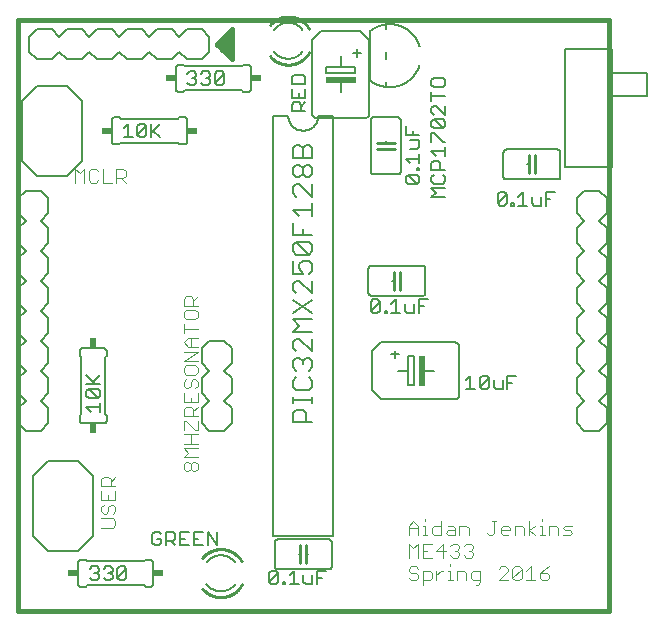
<source format=gto>
G75*
%MOIN*%
%OFA0B0*%
%FSLAX25Y25*%
%IPPOS*%
%LPD*%
%AMOC8*
5,1,8,0,0,1.08239X$1,22.5*
%
%ADD10C,0.01600*%
%ADD11C,0.00400*%
%ADD12C,0.00600*%
%ADD13R,0.10000X0.02000*%
%ADD14R,0.02000X0.10000*%
%ADD15C,0.00500*%
%ADD16C,0.01000*%
%ADD17C,0.00800*%
%ADD18R,0.03400X0.02400*%
%ADD19R,0.02400X0.03400*%
%ADD20C,0.00700*%
D10*
X0021800Y0021800D02*
X0218650Y0021800D01*
X0218650Y0218650D01*
X0021800Y0218650D01*
X0021800Y0021800D01*
X0093050Y0205550D02*
X0088050Y0210550D01*
X0093050Y0215550D01*
X0093050Y0205550D01*
X0093050Y0205629D02*
X0092971Y0205629D01*
X0093050Y0207227D02*
X0091373Y0207227D01*
X0089774Y0208826D02*
X0093050Y0208826D01*
X0093050Y0210424D02*
X0088176Y0210424D01*
X0089523Y0212023D02*
X0093050Y0212023D01*
X0093050Y0213621D02*
X0091121Y0213621D01*
X0092720Y0215220D02*
X0093050Y0215220D01*
D11*
X0056864Y0169104D02*
X0054562Y0169104D01*
X0054562Y0164500D01*
X0054562Y0166035D02*
X0056864Y0166035D01*
X0057631Y0166802D01*
X0057631Y0168337D01*
X0056864Y0169104D01*
X0056096Y0166035D02*
X0057631Y0164500D01*
X0053027Y0164500D02*
X0049958Y0164500D01*
X0049958Y0169104D01*
X0048423Y0168337D02*
X0047656Y0169104D01*
X0046121Y0169104D01*
X0045354Y0168337D01*
X0045354Y0165267D01*
X0046121Y0164500D01*
X0047656Y0164500D01*
X0048423Y0165267D01*
X0043819Y0164500D02*
X0043819Y0169104D01*
X0042285Y0167569D01*
X0040750Y0169104D01*
X0040750Y0164500D01*
X0077763Y0126566D02*
X0079298Y0126566D01*
X0080065Y0125799D01*
X0080065Y0123497D01*
X0080065Y0125032D02*
X0081600Y0126566D01*
X0081600Y0123497D02*
X0076996Y0123497D01*
X0076996Y0125799D01*
X0077763Y0126566D01*
X0077763Y0121962D02*
X0076996Y0121195D01*
X0076996Y0119660D01*
X0077763Y0118893D01*
X0080833Y0118893D01*
X0081600Y0119660D01*
X0081600Y0121195D01*
X0080833Y0121962D01*
X0077763Y0121962D01*
X0076996Y0117359D02*
X0076996Y0114289D01*
X0076996Y0115824D02*
X0081600Y0115824D01*
X0081600Y0112755D02*
X0078531Y0112755D01*
X0076996Y0111220D01*
X0078531Y0109685D01*
X0081600Y0109685D01*
X0081600Y0108151D02*
X0076996Y0108151D01*
X0079298Y0109685D02*
X0079298Y0112755D01*
X0081600Y0108151D02*
X0076996Y0105081D01*
X0081600Y0105081D01*
X0080833Y0103547D02*
X0077763Y0103547D01*
X0076996Y0102779D01*
X0076996Y0101245D01*
X0077763Y0100477D01*
X0080833Y0100477D01*
X0081600Y0101245D01*
X0081600Y0102779D01*
X0080833Y0103547D01*
X0080833Y0098943D02*
X0081600Y0098176D01*
X0081600Y0096641D01*
X0080833Y0095874D01*
X0079298Y0096641D02*
X0079298Y0098176D01*
X0080065Y0098943D01*
X0080833Y0098943D01*
X0079298Y0096641D02*
X0078531Y0095874D01*
X0077763Y0095874D01*
X0076996Y0096641D01*
X0076996Y0098176D01*
X0077763Y0098943D01*
X0076996Y0094339D02*
X0076996Y0091270D01*
X0081600Y0091270D01*
X0081600Y0094339D01*
X0079298Y0092804D02*
X0079298Y0091270D01*
X0079298Y0089735D02*
X0080065Y0088968D01*
X0080065Y0086666D01*
X0080065Y0088200D02*
X0081600Y0089735D01*
X0079298Y0089735D02*
X0077763Y0089735D01*
X0076996Y0088968D01*
X0076996Y0086666D01*
X0081600Y0086666D01*
X0081600Y0085131D02*
X0081600Y0082062D01*
X0080833Y0082062D01*
X0077763Y0085131D01*
X0076996Y0085131D01*
X0076996Y0082062D01*
X0076996Y0080527D02*
X0081600Y0080527D01*
X0079298Y0080527D02*
X0079298Y0077458D01*
X0081600Y0077458D02*
X0076996Y0077458D01*
X0076996Y0075923D02*
X0081600Y0075923D01*
X0081600Y0072854D02*
X0076996Y0072854D01*
X0078531Y0074389D01*
X0076996Y0075923D01*
X0077763Y0071319D02*
X0078531Y0071319D01*
X0079298Y0070552D01*
X0079298Y0069017D01*
X0078531Y0068250D01*
X0077763Y0068250D01*
X0076996Y0069017D01*
X0076996Y0070552D01*
X0077763Y0071319D01*
X0079298Y0070552D02*
X0080065Y0071319D01*
X0080833Y0071319D01*
X0081600Y0070552D01*
X0081600Y0069017D01*
X0080833Y0068250D01*
X0080065Y0068250D01*
X0079298Y0069017D01*
X0054100Y0066381D02*
X0052565Y0064846D01*
X0052565Y0065614D02*
X0052565Y0063312D01*
X0054100Y0063312D02*
X0049496Y0063312D01*
X0049496Y0065614D01*
X0050263Y0066381D01*
X0051798Y0066381D01*
X0052565Y0065614D01*
X0054100Y0061777D02*
X0054100Y0058708D01*
X0049496Y0058708D01*
X0049496Y0061777D01*
X0051798Y0060242D02*
X0051798Y0058708D01*
X0052565Y0057173D02*
X0053333Y0057173D01*
X0054100Y0056406D01*
X0054100Y0054871D01*
X0053333Y0054104D01*
X0053333Y0052569D02*
X0049496Y0052569D01*
X0050263Y0054104D02*
X0051031Y0054104D01*
X0051798Y0054871D01*
X0051798Y0056406D01*
X0052565Y0057173D01*
X0050263Y0057173D02*
X0049496Y0056406D01*
X0049496Y0054871D01*
X0050263Y0054104D01*
X0053333Y0052569D02*
X0054100Y0051802D01*
X0054100Y0050267D01*
X0053333Y0049500D01*
X0049496Y0049500D01*
X0152000Y0049302D02*
X0155069Y0049302D01*
X0155069Y0050069D02*
X0155069Y0047000D01*
X0156604Y0047000D02*
X0158139Y0047000D01*
X0157371Y0047000D02*
X0157371Y0050069D01*
X0156604Y0050069D01*
X0155069Y0050069D02*
X0153535Y0051604D01*
X0152000Y0050069D01*
X0152000Y0047000D01*
X0152000Y0044104D02*
X0153535Y0042569D01*
X0155069Y0044104D01*
X0155069Y0039500D01*
X0156604Y0039500D02*
X0159673Y0039500D01*
X0158139Y0041802D02*
X0156604Y0041802D01*
X0156604Y0044104D02*
X0156604Y0039500D01*
X0154302Y0036604D02*
X0152767Y0036604D01*
X0152000Y0035837D01*
X0152000Y0035069D01*
X0152767Y0034302D01*
X0154302Y0034302D01*
X0155069Y0033535D01*
X0155069Y0032767D01*
X0154302Y0032000D01*
X0152767Y0032000D01*
X0152000Y0032767D01*
X0155069Y0035837D02*
X0154302Y0036604D01*
X0156604Y0035069D02*
X0158906Y0035069D01*
X0159673Y0034302D01*
X0159673Y0032767D01*
X0158906Y0032000D01*
X0156604Y0032000D01*
X0156604Y0030465D02*
X0156604Y0035069D01*
X0161208Y0035069D02*
X0161208Y0032000D01*
X0161208Y0033535D02*
X0162742Y0035069D01*
X0163510Y0035069D01*
X0165044Y0035069D02*
X0165812Y0035069D01*
X0165812Y0032000D01*
X0166579Y0032000D02*
X0165044Y0032000D01*
X0168114Y0032000D02*
X0168114Y0035069D01*
X0170416Y0035069D01*
X0171183Y0034302D01*
X0171183Y0032000D01*
X0172718Y0032767D02*
X0172718Y0034302D01*
X0173485Y0035069D01*
X0175787Y0035069D01*
X0175787Y0031233D01*
X0175020Y0030465D01*
X0174252Y0030465D01*
X0173485Y0032000D02*
X0175787Y0032000D01*
X0173485Y0032000D02*
X0172718Y0032767D01*
X0172718Y0039500D02*
X0171183Y0039500D01*
X0170416Y0040267D01*
X0168881Y0040267D02*
X0168881Y0041035D01*
X0168114Y0041802D01*
X0167346Y0041802D01*
X0168114Y0041802D02*
X0168881Y0042569D01*
X0168881Y0043337D01*
X0168114Y0044104D01*
X0166579Y0044104D01*
X0165812Y0043337D01*
X0164277Y0041802D02*
X0161208Y0041802D01*
X0163510Y0044104D01*
X0163510Y0039500D01*
X0165812Y0040267D02*
X0166579Y0039500D01*
X0168114Y0039500D01*
X0168881Y0040267D01*
X0171950Y0041802D02*
X0172718Y0041802D01*
X0173485Y0041035D01*
X0173485Y0040267D01*
X0172718Y0039500D01*
X0172718Y0041802D02*
X0173485Y0042569D01*
X0173485Y0043337D01*
X0172718Y0044104D01*
X0171183Y0044104D01*
X0170416Y0043337D01*
X0171950Y0047000D02*
X0171950Y0049302D01*
X0171183Y0050069D01*
X0168881Y0050069D01*
X0168881Y0047000D01*
X0167346Y0047000D02*
X0167346Y0049302D01*
X0166579Y0050069D01*
X0165044Y0050069D01*
X0165044Y0048535D02*
X0167346Y0048535D01*
X0167346Y0047000D02*
X0165044Y0047000D01*
X0164277Y0047767D01*
X0165044Y0048535D01*
X0162742Y0050069D02*
X0160441Y0050069D01*
X0159673Y0049302D01*
X0159673Y0047767D01*
X0160441Y0047000D01*
X0162742Y0047000D01*
X0162742Y0051604D01*
X0157371Y0051604D02*
X0157371Y0052371D01*
X0156604Y0044104D02*
X0159673Y0044104D01*
X0152000Y0044104D02*
X0152000Y0039500D01*
X0165812Y0037371D02*
X0165812Y0036604D01*
X0178089Y0047767D02*
X0178856Y0047000D01*
X0179624Y0047000D01*
X0180391Y0047767D01*
X0180391Y0051604D01*
X0179624Y0051604D02*
X0181158Y0051604D01*
X0182693Y0049302D02*
X0183460Y0050069D01*
X0184995Y0050069D01*
X0185762Y0049302D01*
X0185762Y0048535D01*
X0182693Y0048535D01*
X0182693Y0049302D02*
X0182693Y0047767D01*
X0183460Y0047000D01*
X0184995Y0047000D01*
X0187297Y0047000D02*
X0187297Y0050069D01*
X0189599Y0050069D01*
X0190366Y0049302D01*
X0190366Y0047000D01*
X0191901Y0047000D02*
X0191901Y0051604D01*
X0194203Y0050069D02*
X0191901Y0048535D01*
X0194203Y0047000D01*
X0195737Y0047000D02*
X0197272Y0047000D01*
X0196505Y0047000D02*
X0196505Y0050069D01*
X0195737Y0050069D01*
X0196505Y0051604D02*
X0196505Y0052371D01*
X0198807Y0050069D02*
X0201109Y0050069D01*
X0201876Y0049302D01*
X0201876Y0047000D01*
X0203410Y0047000D02*
X0205712Y0047000D01*
X0206480Y0047767D01*
X0205712Y0048535D01*
X0204178Y0048535D01*
X0203410Y0049302D01*
X0204178Y0050069D01*
X0206480Y0050069D01*
X0198807Y0050069D02*
X0198807Y0047000D01*
X0198807Y0036604D02*
X0197272Y0035837D01*
X0195737Y0034302D01*
X0198039Y0034302D01*
X0198807Y0033535D01*
X0198807Y0032767D01*
X0198039Y0032000D01*
X0196505Y0032000D01*
X0195737Y0032767D01*
X0195737Y0034302D01*
X0194203Y0032000D02*
X0191133Y0032000D01*
X0192668Y0032000D02*
X0192668Y0036604D01*
X0191133Y0035069D01*
X0189599Y0035837D02*
X0189599Y0032767D01*
X0188831Y0032000D01*
X0187297Y0032000D01*
X0186529Y0032767D01*
X0189599Y0035837D01*
X0188831Y0036604D01*
X0187297Y0036604D01*
X0186529Y0035837D01*
X0186529Y0032767D01*
X0184995Y0032000D02*
X0181926Y0032000D01*
X0184995Y0035069D01*
X0184995Y0035837D01*
X0184227Y0036604D01*
X0182693Y0036604D01*
X0181926Y0035837D01*
D12*
X0126800Y0046800D02*
X0126800Y0186800D01*
X0121800Y0186800D01*
X0121300Y0186050D02*
X0121224Y0186052D01*
X0121148Y0186058D01*
X0121073Y0186067D01*
X0120998Y0186081D01*
X0120924Y0186098D01*
X0120851Y0186119D01*
X0120779Y0186143D01*
X0120708Y0186172D01*
X0120639Y0186203D01*
X0120572Y0186238D01*
X0120507Y0186277D01*
X0120443Y0186319D01*
X0120382Y0186364D01*
X0120323Y0186412D01*
X0120267Y0186463D01*
X0120213Y0186517D01*
X0120162Y0186573D01*
X0120114Y0186632D01*
X0120069Y0186693D01*
X0120027Y0186757D01*
X0119988Y0186822D01*
X0119953Y0186889D01*
X0119922Y0186958D01*
X0119893Y0187029D01*
X0119869Y0187101D01*
X0119848Y0187174D01*
X0119831Y0187248D01*
X0119817Y0187323D01*
X0119808Y0187398D01*
X0119802Y0187474D01*
X0119800Y0187550D01*
X0119800Y0212050D01*
X0122800Y0215050D01*
X0135800Y0215050D01*
X0138800Y0212050D01*
X0138800Y0187550D01*
X0138798Y0187474D01*
X0138792Y0187398D01*
X0138783Y0187323D01*
X0138769Y0187248D01*
X0138752Y0187174D01*
X0138731Y0187101D01*
X0138707Y0187029D01*
X0138678Y0186958D01*
X0138647Y0186889D01*
X0138612Y0186822D01*
X0138573Y0186757D01*
X0138531Y0186693D01*
X0138486Y0186632D01*
X0138438Y0186573D01*
X0138387Y0186517D01*
X0138333Y0186463D01*
X0138277Y0186412D01*
X0138218Y0186364D01*
X0138157Y0186319D01*
X0138093Y0186277D01*
X0138028Y0186238D01*
X0137961Y0186203D01*
X0137892Y0186172D01*
X0137821Y0186143D01*
X0137749Y0186119D01*
X0137676Y0186098D01*
X0137602Y0186081D01*
X0137527Y0186067D01*
X0137452Y0186058D01*
X0137376Y0186052D01*
X0137300Y0186050D01*
X0121300Y0186050D01*
X0121800Y0186800D02*
X0121798Y0186660D01*
X0121792Y0186520D01*
X0121782Y0186380D01*
X0121769Y0186240D01*
X0121751Y0186101D01*
X0121729Y0185962D01*
X0121704Y0185825D01*
X0121675Y0185687D01*
X0121642Y0185551D01*
X0121605Y0185416D01*
X0121564Y0185282D01*
X0121519Y0185149D01*
X0121471Y0185017D01*
X0121419Y0184887D01*
X0121364Y0184758D01*
X0121305Y0184631D01*
X0121242Y0184505D01*
X0121176Y0184381D01*
X0121107Y0184260D01*
X0121034Y0184140D01*
X0120957Y0184022D01*
X0120878Y0183907D01*
X0120795Y0183793D01*
X0120709Y0183683D01*
X0120620Y0183574D01*
X0120528Y0183468D01*
X0120433Y0183365D01*
X0120336Y0183264D01*
X0120235Y0183167D01*
X0120132Y0183072D01*
X0120026Y0182980D01*
X0119917Y0182891D01*
X0119807Y0182805D01*
X0119693Y0182722D01*
X0119578Y0182643D01*
X0119460Y0182566D01*
X0119340Y0182493D01*
X0119219Y0182424D01*
X0119095Y0182358D01*
X0118969Y0182295D01*
X0118842Y0182236D01*
X0118713Y0182181D01*
X0118583Y0182129D01*
X0118451Y0182081D01*
X0118318Y0182036D01*
X0118184Y0181995D01*
X0118049Y0181958D01*
X0117913Y0181925D01*
X0117775Y0181896D01*
X0117638Y0181871D01*
X0117499Y0181849D01*
X0117360Y0181831D01*
X0117220Y0181818D01*
X0117080Y0181808D01*
X0116940Y0181802D01*
X0116800Y0181800D01*
X0116660Y0181802D01*
X0116520Y0181808D01*
X0116380Y0181818D01*
X0116240Y0181831D01*
X0116101Y0181849D01*
X0115962Y0181871D01*
X0115825Y0181896D01*
X0115687Y0181925D01*
X0115551Y0181958D01*
X0115416Y0181995D01*
X0115282Y0182036D01*
X0115149Y0182081D01*
X0115017Y0182129D01*
X0114887Y0182181D01*
X0114758Y0182236D01*
X0114631Y0182295D01*
X0114505Y0182358D01*
X0114381Y0182424D01*
X0114260Y0182493D01*
X0114140Y0182566D01*
X0114022Y0182643D01*
X0113907Y0182722D01*
X0113793Y0182805D01*
X0113683Y0182891D01*
X0113574Y0182980D01*
X0113468Y0183072D01*
X0113365Y0183167D01*
X0113264Y0183264D01*
X0113167Y0183365D01*
X0113072Y0183468D01*
X0112980Y0183574D01*
X0112891Y0183683D01*
X0112805Y0183793D01*
X0112722Y0183907D01*
X0112643Y0184022D01*
X0112566Y0184140D01*
X0112493Y0184260D01*
X0112424Y0184381D01*
X0112358Y0184505D01*
X0112295Y0184631D01*
X0112236Y0184758D01*
X0112181Y0184887D01*
X0112129Y0185017D01*
X0112081Y0185149D01*
X0112036Y0185282D01*
X0111995Y0185416D01*
X0111958Y0185551D01*
X0111925Y0185687D01*
X0111896Y0185825D01*
X0111871Y0185962D01*
X0111849Y0186101D01*
X0111831Y0186240D01*
X0111818Y0186380D01*
X0111808Y0186520D01*
X0111802Y0186660D01*
X0111800Y0186800D01*
X0106800Y0186800D01*
X0106800Y0186300D02*
X0106800Y0046800D01*
X0126800Y0046800D01*
X0125300Y0045550D02*
X0108300Y0045550D01*
X0108240Y0045548D01*
X0108179Y0045543D01*
X0108120Y0045534D01*
X0108061Y0045521D01*
X0108002Y0045505D01*
X0107945Y0045485D01*
X0107890Y0045462D01*
X0107835Y0045435D01*
X0107783Y0045406D01*
X0107732Y0045373D01*
X0107683Y0045337D01*
X0107637Y0045299D01*
X0107593Y0045257D01*
X0107551Y0045213D01*
X0107513Y0045167D01*
X0107477Y0045118D01*
X0107444Y0045067D01*
X0107415Y0045015D01*
X0107388Y0044960D01*
X0107365Y0044905D01*
X0107345Y0044848D01*
X0107329Y0044789D01*
X0107316Y0044730D01*
X0107307Y0044671D01*
X0107302Y0044610D01*
X0107300Y0044550D01*
X0107300Y0036550D01*
X0107302Y0036490D01*
X0107307Y0036429D01*
X0107316Y0036370D01*
X0107329Y0036311D01*
X0107345Y0036252D01*
X0107365Y0036195D01*
X0107388Y0036140D01*
X0107415Y0036085D01*
X0107444Y0036033D01*
X0107477Y0035982D01*
X0107513Y0035933D01*
X0107551Y0035887D01*
X0107593Y0035843D01*
X0107637Y0035801D01*
X0107683Y0035763D01*
X0107732Y0035727D01*
X0107783Y0035694D01*
X0107835Y0035665D01*
X0107890Y0035638D01*
X0107945Y0035615D01*
X0108002Y0035595D01*
X0108061Y0035579D01*
X0108120Y0035566D01*
X0108179Y0035557D01*
X0108240Y0035552D01*
X0108300Y0035550D01*
X0125300Y0035550D01*
X0125360Y0035552D01*
X0125421Y0035557D01*
X0125480Y0035566D01*
X0125539Y0035579D01*
X0125598Y0035595D01*
X0125655Y0035615D01*
X0125710Y0035638D01*
X0125765Y0035665D01*
X0125817Y0035694D01*
X0125868Y0035727D01*
X0125917Y0035763D01*
X0125963Y0035801D01*
X0126007Y0035843D01*
X0126049Y0035887D01*
X0126087Y0035933D01*
X0126123Y0035982D01*
X0126156Y0036033D01*
X0126185Y0036085D01*
X0126212Y0036140D01*
X0126235Y0036195D01*
X0126255Y0036252D01*
X0126271Y0036311D01*
X0126284Y0036370D01*
X0126293Y0036429D01*
X0126298Y0036490D01*
X0126300Y0036550D01*
X0126300Y0044550D01*
X0126298Y0044610D01*
X0126293Y0044671D01*
X0126284Y0044730D01*
X0126271Y0044789D01*
X0126255Y0044848D01*
X0126235Y0044905D01*
X0126212Y0044960D01*
X0126185Y0045015D01*
X0126156Y0045067D01*
X0126123Y0045118D01*
X0126087Y0045167D01*
X0126049Y0045213D01*
X0126007Y0045257D01*
X0125963Y0045299D01*
X0125917Y0045337D01*
X0125868Y0045373D01*
X0125817Y0045406D01*
X0125765Y0045435D01*
X0125710Y0045462D01*
X0125655Y0045485D01*
X0125598Y0045505D01*
X0125539Y0045521D01*
X0125480Y0045534D01*
X0125421Y0045543D01*
X0125360Y0045548D01*
X0125300Y0045550D01*
X0118300Y0040550D02*
X0117800Y0040550D01*
X0115800Y0040550D02*
X0115300Y0040550D01*
X0089300Y0028300D02*
X0089146Y0028302D01*
X0088992Y0028308D01*
X0088838Y0028318D01*
X0088684Y0028332D01*
X0088531Y0028349D01*
X0088379Y0028371D01*
X0088227Y0028397D01*
X0088075Y0028426D01*
X0087925Y0028460D01*
X0087775Y0028497D01*
X0087627Y0028538D01*
X0087479Y0028583D01*
X0087333Y0028632D01*
X0087188Y0028684D01*
X0087045Y0028740D01*
X0086902Y0028800D01*
X0086762Y0028863D01*
X0086623Y0028930D01*
X0086486Y0029001D01*
X0086351Y0029075D01*
X0086218Y0029152D01*
X0086086Y0029233D01*
X0085957Y0029317D01*
X0085830Y0029405D01*
X0085706Y0029496D01*
X0085584Y0029589D01*
X0085464Y0029687D01*
X0085347Y0029787D01*
X0085232Y0029890D01*
X0085120Y0029996D01*
X0085011Y0030104D01*
X0084905Y0030216D01*
X0084801Y0030330D01*
X0084701Y0030447D01*
X0084603Y0030566D01*
X0084509Y0030688D01*
X0084418Y0030813D01*
X0089300Y0040300D02*
X0089452Y0040298D01*
X0089603Y0040292D01*
X0089754Y0040283D01*
X0089906Y0040269D01*
X0090056Y0040252D01*
X0090206Y0040231D01*
X0090356Y0040206D01*
X0090505Y0040178D01*
X0090653Y0040145D01*
X0090800Y0040109D01*
X0090947Y0040070D01*
X0091092Y0040026D01*
X0091236Y0039979D01*
X0091379Y0039928D01*
X0091520Y0039874D01*
X0091661Y0039816D01*
X0091799Y0039755D01*
X0091936Y0039690D01*
X0092072Y0039621D01*
X0092205Y0039550D01*
X0092337Y0039475D01*
X0092467Y0039396D01*
X0092594Y0039315D01*
X0092720Y0039230D01*
X0092844Y0039142D01*
X0092965Y0039051D01*
X0093084Y0038957D01*
X0093200Y0038859D01*
X0093314Y0038759D01*
X0093426Y0038657D01*
X0093534Y0038551D01*
X0093640Y0038443D01*
X0093744Y0038332D01*
X0093844Y0038218D01*
X0093942Y0038102D01*
X0094036Y0037983D01*
X0089300Y0040300D02*
X0089148Y0040298D01*
X0088997Y0040292D01*
X0088846Y0040283D01*
X0088694Y0040269D01*
X0088544Y0040252D01*
X0088394Y0040231D01*
X0088244Y0040206D01*
X0088095Y0040178D01*
X0087947Y0040145D01*
X0087800Y0040109D01*
X0087653Y0040070D01*
X0087508Y0040026D01*
X0087364Y0039979D01*
X0087221Y0039928D01*
X0087080Y0039874D01*
X0086939Y0039816D01*
X0086801Y0039755D01*
X0086664Y0039690D01*
X0086528Y0039621D01*
X0086395Y0039550D01*
X0086263Y0039475D01*
X0086133Y0039396D01*
X0086006Y0039315D01*
X0085880Y0039230D01*
X0085756Y0039142D01*
X0085635Y0039051D01*
X0085516Y0038957D01*
X0085400Y0038859D01*
X0085286Y0038759D01*
X0085174Y0038657D01*
X0085066Y0038551D01*
X0084960Y0038443D01*
X0084856Y0038332D01*
X0084756Y0038218D01*
X0084658Y0038102D01*
X0084564Y0037983D01*
X0089300Y0028300D02*
X0089450Y0028302D01*
X0089601Y0028308D01*
X0089751Y0028317D01*
X0089900Y0028330D01*
X0090050Y0028347D01*
X0090199Y0028368D01*
X0090347Y0028392D01*
X0090495Y0028420D01*
X0090642Y0028452D01*
X0090788Y0028487D01*
X0090933Y0028527D01*
X0091077Y0028569D01*
X0091220Y0028616D01*
X0091362Y0028666D01*
X0091503Y0028719D01*
X0091642Y0028776D01*
X0091780Y0028836D01*
X0091916Y0028900D01*
X0092050Y0028967D01*
X0092183Y0029038D01*
X0092314Y0029112D01*
X0092443Y0029189D01*
X0092570Y0029270D01*
X0092695Y0029353D01*
X0092818Y0029440D01*
X0092939Y0029529D01*
X0093057Y0029622D01*
X0093173Y0029718D01*
X0093287Y0029816D01*
X0093398Y0029917D01*
X0093507Y0030022D01*
X0093612Y0030128D01*
X0093716Y0030238D01*
X0093816Y0030350D01*
X0093914Y0030464D01*
X0094008Y0030581D01*
X0094100Y0030700D01*
X0066800Y0030800D02*
X0066800Y0037800D01*
X0066798Y0037860D01*
X0066793Y0037921D01*
X0066784Y0037980D01*
X0066771Y0038039D01*
X0066755Y0038098D01*
X0066735Y0038155D01*
X0066712Y0038210D01*
X0066685Y0038265D01*
X0066656Y0038317D01*
X0066623Y0038368D01*
X0066587Y0038417D01*
X0066549Y0038463D01*
X0066507Y0038507D01*
X0066463Y0038549D01*
X0066417Y0038587D01*
X0066368Y0038623D01*
X0066317Y0038656D01*
X0066265Y0038685D01*
X0066210Y0038712D01*
X0066155Y0038735D01*
X0066098Y0038755D01*
X0066039Y0038771D01*
X0065980Y0038784D01*
X0065921Y0038793D01*
X0065860Y0038798D01*
X0065800Y0038800D01*
X0064300Y0038800D01*
X0063800Y0038300D01*
X0044800Y0038300D01*
X0044300Y0038800D01*
X0042800Y0038800D01*
X0042740Y0038798D01*
X0042679Y0038793D01*
X0042620Y0038784D01*
X0042561Y0038771D01*
X0042502Y0038755D01*
X0042445Y0038735D01*
X0042390Y0038712D01*
X0042335Y0038685D01*
X0042283Y0038656D01*
X0042232Y0038623D01*
X0042183Y0038587D01*
X0042137Y0038549D01*
X0042093Y0038507D01*
X0042051Y0038463D01*
X0042013Y0038417D01*
X0041977Y0038368D01*
X0041944Y0038317D01*
X0041915Y0038265D01*
X0041888Y0038210D01*
X0041865Y0038155D01*
X0041845Y0038098D01*
X0041829Y0038039D01*
X0041816Y0037980D01*
X0041807Y0037921D01*
X0041802Y0037860D01*
X0041800Y0037800D01*
X0041800Y0030800D01*
X0041802Y0030740D01*
X0041807Y0030679D01*
X0041816Y0030620D01*
X0041829Y0030561D01*
X0041845Y0030502D01*
X0041865Y0030445D01*
X0041888Y0030390D01*
X0041915Y0030335D01*
X0041944Y0030283D01*
X0041977Y0030232D01*
X0042013Y0030183D01*
X0042051Y0030137D01*
X0042093Y0030093D01*
X0042137Y0030051D01*
X0042183Y0030013D01*
X0042232Y0029977D01*
X0042283Y0029944D01*
X0042335Y0029915D01*
X0042390Y0029888D01*
X0042445Y0029865D01*
X0042502Y0029845D01*
X0042561Y0029829D01*
X0042620Y0029816D01*
X0042679Y0029807D01*
X0042740Y0029802D01*
X0042800Y0029800D01*
X0044300Y0029800D01*
X0044800Y0030300D01*
X0063800Y0030300D01*
X0064300Y0029800D01*
X0065800Y0029800D01*
X0065860Y0029802D01*
X0065921Y0029807D01*
X0065980Y0029816D01*
X0066039Y0029829D01*
X0066098Y0029845D01*
X0066155Y0029865D01*
X0066210Y0029888D01*
X0066265Y0029915D01*
X0066317Y0029944D01*
X0066368Y0029977D01*
X0066417Y0030013D01*
X0066463Y0030051D01*
X0066507Y0030093D01*
X0066549Y0030137D01*
X0066587Y0030183D01*
X0066623Y0030232D01*
X0066656Y0030283D01*
X0066685Y0030335D01*
X0066712Y0030390D01*
X0066735Y0030445D01*
X0066755Y0030502D01*
X0066771Y0030561D01*
X0066784Y0030620D01*
X0066793Y0030679D01*
X0066798Y0030740D01*
X0066800Y0030800D01*
X0050300Y0084300D02*
X0043300Y0084300D01*
X0043240Y0084302D01*
X0043179Y0084307D01*
X0043120Y0084316D01*
X0043061Y0084329D01*
X0043002Y0084345D01*
X0042945Y0084365D01*
X0042890Y0084388D01*
X0042835Y0084415D01*
X0042783Y0084444D01*
X0042732Y0084477D01*
X0042683Y0084513D01*
X0042637Y0084551D01*
X0042593Y0084593D01*
X0042551Y0084637D01*
X0042513Y0084683D01*
X0042477Y0084732D01*
X0042444Y0084783D01*
X0042415Y0084835D01*
X0042388Y0084890D01*
X0042365Y0084945D01*
X0042345Y0085002D01*
X0042329Y0085061D01*
X0042316Y0085120D01*
X0042307Y0085179D01*
X0042302Y0085240D01*
X0042300Y0085300D01*
X0042300Y0086800D01*
X0042800Y0087300D01*
X0042800Y0106300D01*
X0042300Y0106800D01*
X0042300Y0108300D01*
X0042302Y0108360D01*
X0042307Y0108421D01*
X0042316Y0108480D01*
X0042329Y0108539D01*
X0042345Y0108598D01*
X0042365Y0108655D01*
X0042388Y0108710D01*
X0042415Y0108765D01*
X0042444Y0108817D01*
X0042477Y0108868D01*
X0042513Y0108917D01*
X0042551Y0108963D01*
X0042593Y0109007D01*
X0042637Y0109049D01*
X0042683Y0109087D01*
X0042732Y0109123D01*
X0042783Y0109156D01*
X0042835Y0109185D01*
X0042890Y0109212D01*
X0042945Y0109235D01*
X0043002Y0109255D01*
X0043061Y0109271D01*
X0043120Y0109284D01*
X0043179Y0109293D01*
X0043240Y0109298D01*
X0043300Y0109300D01*
X0050300Y0109300D01*
X0050360Y0109298D01*
X0050421Y0109293D01*
X0050480Y0109284D01*
X0050539Y0109271D01*
X0050598Y0109255D01*
X0050655Y0109235D01*
X0050710Y0109212D01*
X0050765Y0109185D01*
X0050817Y0109156D01*
X0050868Y0109123D01*
X0050917Y0109087D01*
X0050963Y0109049D01*
X0051007Y0109007D01*
X0051049Y0108963D01*
X0051087Y0108917D01*
X0051123Y0108868D01*
X0051156Y0108817D01*
X0051185Y0108765D01*
X0051212Y0108710D01*
X0051235Y0108655D01*
X0051255Y0108598D01*
X0051271Y0108539D01*
X0051284Y0108480D01*
X0051293Y0108421D01*
X0051298Y0108360D01*
X0051300Y0108300D01*
X0051300Y0106800D01*
X0050800Y0106300D01*
X0050800Y0087300D01*
X0051300Y0086800D01*
X0051300Y0085300D01*
X0051298Y0085240D01*
X0051293Y0085179D01*
X0051284Y0085120D01*
X0051271Y0085061D01*
X0051255Y0085002D01*
X0051235Y0084945D01*
X0051212Y0084890D01*
X0051185Y0084835D01*
X0051156Y0084783D01*
X0051123Y0084732D01*
X0051087Y0084683D01*
X0051049Y0084637D01*
X0051007Y0084593D01*
X0050963Y0084551D01*
X0050917Y0084513D01*
X0050868Y0084477D01*
X0050817Y0084444D01*
X0050765Y0084415D01*
X0050710Y0084388D01*
X0050655Y0084365D01*
X0050598Y0084345D01*
X0050539Y0084329D01*
X0050480Y0084316D01*
X0050421Y0084307D01*
X0050360Y0084302D01*
X0050300Y0084300D01*
X0138550Y0127800D02*
X0138550Y0135800D01*
X0138552Y0135860D01*
X0138557Y0135921D01*
X0138566Y0135980D01*
X0138579Y0136039D01*
X0138595Y0136098D01*
X0138615Y0136155D01*
X0138638Y0136210D01*
X0138665Y0136265D01*
X0138694Y0136317D01*
X0138727Y0136368D01*
X0138763Y0136417D01*
X0138801Y0136463D01*
X0138843Y0136507D01*
X0138887Y0136549D01*
X0138933Y0136587D01*
X0138982Y0136623D01*
X0139033Y0136656D01*
X0139085Y0136685D01*
X0139140Y0136712D01*
X0139195Y0136735D01*
X0139252Y0136755D01*
X0139311Y0136771D01*
X0139370Y0136784D01*
X0139429Y0136793D01*
X0139490Y0136798D01*
X0139550Y0136800D01*
X0156550Y0136800D01*
X0156610Y0136798D01*
X0156671Y0136793D01*
X0156730Y0136784D01*
X0156789Y0136771D01*
X0156848Y0136755D01*
X0156905Y0136735D01*
X0156960Y0136712D01*
X0157015Y0136685D01*
X0157067Y0136656D01*
X0157118Y0136623D01*
X0157167Y0136587D01*
X0157213Y0136549D01*
X0157257Y0136507D01*
X0157299Y0136463D01*
X0157337Y0136417D01*
X0157373Y0136368D01*
X0157406Y0136317D01*
X0157435Y0136265D01*
X0157462Y0136210D01*
X0157485Y0136155D01*
X0157505Y0136098D01*
X0157521Y0136039D01*
X0157534Y0135980D01*
X0157543Y0135921D01*
X0157548Y0135860D01*
X0157550Y0135800D01*
X0157550Y0127800D01*
X0157548Y0127740D01*
X0157543Y0127679D01*
X0157534Y0127620D01*
X0157521Y0127561D01*
X0157505Y0127502D01*
X0157485Y0127445D01*
X0157462Y0127390D01*
X0157435Y0127335D01*
X0157406Y0127283D01*
X0157373Y0127232D01*
X0157337Y0127183D01*
X0157299Y0127137D01*
X0157257Y0127093D01*
X0157213Y0127051D01*
X0157167Y0127013D01*
X0157118Y0126977D01*
X0157067Y0126944D01*
X0157015Y0126915D01*
X0156960Y0126888D01*
X0156905Y0126865D01*
X0156848Y0126845D01*
X0156789Y0126829D01*
X0156730Y0126816D01*
X0156671Y0126807D01*
X0156610Y0126802D01*
X0156550Y0126800D01*
X0139550Y0126800D01*
X0139490Y0126802D01*
X0139429Y0126807D01*
X0139370Y0126816D01*
X0139311Y0126829D01*
X0139252Y0126845D01*
X0139195Y0126865D01*
X0139140Y0126888D01*
X0139085Y0126915D01*
X0139033Y0126944D01*
X0138982Y0126977D01*
X0138933Y0127013D01*
X0138887Y0127051D01*
X0138843Y0127093D01*
X0138801Y0127137D01*
X0138763Y0127183D01*
X0138727Y0127232D01*
X0138694Y0127283D01*
X0138665Y0127335D01*
X0138638Y0127390D01*
X0138615Y0127445D01*
X0138595Y0127502D01*
X0138579Y0127561D01*
X0138566Y0127620D01*
X0138557Y0127679D01*
X0138552Y0127740D01*
X0138550Y0127800D01*
X0146550Y0131800D02*
X0147050Y0131800D01*
X0149050Y0131800D02*
X0149550Y0131800D01*
X0142800Y0111300D02*
X0139800Y0108300D01*
X0139800Y0095300D01*
X0142800Y0092300D01*
X0167300Y0092300D01*
X0167376Y0092302D01*
X0167452Y0092308D01*
X0167527Y0092317D01*
X0167602Y0092331D01*
X0167676Y0092348D01*
X0167749Y0092369D01*
X0167821Y0092393D01*
X0167892Y0092422D01*
X0167961Y0092453D01*
X0168028Y0092488D01*
X0168093Y0092527D01*
X0168157Y0092569D01*
X0168218Y0092614D01*
X0168277Y0092662D01*
X0168333Y0092713D01*
X0168387Y0092767D01*
X0168438Y0092823D01*
X0168486Y0092882D01*
X0168531Y0092943D01*
X0168573Y0093007D01*
X0168612Y0093072D01*
X0168647Y0093139D01*
X0168678Y0093208D01*
X0168707Y0093279D01*
X0168731Y0093351D01*
X0168752Y0093424D01*
X0168769Y0093498D01*
X0168783Y0093573D01*
X0168792Y0093648D01*
X0168798Y0093724D01*
X0168800Y0093800D01*
X0168800Y0109800D01*
X0168798Y0109876D01*
X0168792Y0109952D01*
X0168783Y0110027D01*
X0168769Y0110102D01*
X0168752Y0110176D01*
X0168731Y0110249D01*
X0168707Y0110321D01*
X0168678Y0110392D01*
X0168647Y0110461D01*
X0168612Y0110528D01*
X0168573Y0110593D01*
X0168531Y0110657D01*
X0168486Y0110718D01*
X0168438Y0110777D01*
X0168387Y0110833D01*
X0168333Y0110887D01*
X0168277Y0110938D01*
X0168218Y0110986D01*
X0168157Y0111031D01*
X0168093Y0111073D01*
X0168028Y0111112D01*
X0167961Y0111147D01*
X0167892Y0111178D01*
X0167821Y0111207D01*
X0167749Y0111231D01*
X0167676Y0111252D01*
X0167602Y0111269D01*
X0167527Y0111283D01*
X0167452Y0111292D01*
X0167376Y0111298D01*
X0167300Y0111300D01*
X0142800Y0111300D01*
X0146000Y0107200D02*
X0148600Y0107200D01*
X0147300Y0108400D02*
X0147300Y0105900D01*
X0148300Y0101800D02*
X0151800Y0101800D01*
X0151800Y0106600D01*
X0153800Y0106600D01*
X0153800Y0097000D01*
X0151800Y0097000D01*
X0151800Y0101800D01*
X0156800Y0101800D02*
X0160300Y0101800D01*
X0148300Y0167300D02*
X0140300Y0167300D01*
X0140240Y0167302D01*
X0140179Y0167307D01*
X0140120Y0167316D01*
X0140061Y0167329D01*
X0140002Y0167345D01*
X0139945Y0167365D01*
X0139890Y0167388D01*
X0139835Y0167415D01*
X0139783Y0167444D01*
X0139732Y0167477D01*
X0139683Y0167513D01*
X0139637Y0167551D01*
X0139593Y0167593D01*
X0139551Y0167637D01*
X0139513Y0167683D01*
X0139477Y0167732D01*
X0139444Y0167783D01*
X0139415Y0167835D01*
X0139388Y0167890D01*
X0139365Y0167945D01*
X0139345Y0168002D01*
X0139329Y0168061D01*
X0139316Y0168120D01*
X0139307Y0168179D01*
X0139302Y0168240D01*
X0139300Y0168300D01*
X0139300Y0185300D01*
X0139302Y0185360D01*
X0139307Y0185421D01*
X0139316Y0185480D01*
X0139329Y0185539D01*
X0139345Y0185598D01*
X0139365Y0185655D01*
X0139388Y0185710D01*
X0139415Y0185765D01*
X0139444Y0185817D01*
X0139477Y0185868D01*
X0139513Y0185917D01*
X0139551Y0185963D01*
X0139593Y0186007D01*
X0139637Y0186049D01*
X0139683Y0186087D01*
X0139732Y0186123D01*
X0139783Y0186156D01*
X0139835Y0186185D01*
X0139890Y0186212D01*
X0139945Y0186235D01*
X0140002Y0186255D01*
X0140061Y0186271D01*
X0140120Y0186284D01*
X0140179Y0186293D01*
X0140240Y0186298D01*
X0140300Y0186300D01*
X0148300Y0186300D01*
X0148360Y0186298D01*
X0148421Y0186293D01*
X0148480Y0186284D01*
X0148539Y0186271D01*
X0148598Y0186255D01*
X0148655Y0186235D01*
X0148710Y0186212D01*
X0148765Y0186185D01*
X0148817Y0186156D01*
X0148868Y0186123D01*
X0148917Y0186087D01*
X0148963Y0186049D01*
X0149007Y0186007D01*
X0149049Y0185963D01*
X0149087Y0185917D01*
X0149123Y0185868D01*
X0149156Y0185817D01*
X0149185Y0185765D01*
X0149212Y0185710D01*
X0149235Y0185655D01*
X0149255Y0185598D01*
X0149271Y0185539D01*
X0149284Y0185480D01*
X0149293Y0185421D01*
X0149298Y0185360D01*
X0149300Y0185300D01*
X0149300Y0168300D01*
X0149298Y0168240D01*
X0149293Y0168179D01*
X0149284Y0168120D01*
X0149271Y0168061D01*
X0149255Y0168002D01*
X0149235Y0167945D01*
X0149212Y0167890D01*
X0149185Y0167835D01*
X0149156Y0167783D01*
X0149123Y0167732D01*
X0149087Y0167683D01*
X0149049Y0167637D01*
X0149007Y0167593D01*
X0148963Y0167551D01*
X0148917Y0167513D01*
X0148868Y0167477D01*
X0148817Y0167444D01*
X0148765Y0167415D01*
X0148710Y0167388D01*
X0148655Y0167365D01*
X0148598Y0167345D01*
X0148539Y0167329D01*
X0148480Y0167316D01*
X0148421Y0167307D01*
X0148360Y0167302D01*
X0148300Y0167300D01*
X0144300Y0175300D02*
X0144300Y0175800D01*
X0144300Y0177800D02*
X0144300Y0178300D01*
X0129300Y0194550D02*
X0129300Y0198050D01*
X0124500Y0201050D02*
X0134100Y0201050D01*
X0134100Y0203050D01*
X0129300Y0203050D01*
X0124500Y0203050D01*
X0124500Y0201050D01*
X0129300Y0203050D02*
X0129300Y0206550D01*
X0133400Y0207550D02*
X0135900Y0207550D01*
X0134700Y0206250D02*
X0134700Y0208850D01*
X0111800Y0205800D02*
X0111646Y0205802D01*
X0111492Y0205808D01*
X0111338Y0205818D01*
X0111184Y0205832D01*
X0111031Y0205849D01*
X0110879Y0205871D01*
X0110727Y0205897D01*
X0110575Y0205926D01*
X0110425Y0205960D01*
X0110275Y0205997D01*
X0110127Y0206038D01*
X0109979Y0206083D01*
X0109833Y0206132D01*
X0109688Y0206184D01*
X0109545Y0206240D01*
X0109402Y0206300D01*
X0109262Y0206363D01*
X0109123Y0206430D01*
X0108986Y0206501D01*
X0108851Y0206575D01*
X0108718Y0206652D01*
X0108586Y0206733D01*
X0108457Y0206817D01*
X0108330Y0206905D01*
X0108206Y0206996D01*
X0108084Y0207089D01*
X0107964Y0207187D01*
X0107847Y0207287D01*
X0107732Y0207390D01*
X0107620Y0207496D01*
X0107511Y0207604D01*
X0107405Y0207716D01*
X0107301Y0207830D01*
X0107201Y0207947D01*
X0107103Y0208066D01*
X0107009Y0208188D01*
X0106918Y0208313D01*
X0111800Y0217800D02*
X0111952Y0217798D01*
X0112103Y0217792D01*
X0112254Y0217783D01*
X0112406Y0217769D01*
X0112556Y0217752D01*
X0112706Y0217731D01*
X0112856Y0217706D01*
X0113005Y0217678D01*
X0113153Y0217645D01*
X0113300Y0217609D01*
X0113447Y0217570D01*
X0113592Y0217526D01*
X0113736Y0217479D01*
X0113879Y0217428D01*
X0114020Y0217374D01*
X0114161Y0217316D01*
X0114299Y0217255D01*
X0114436Y0217190D01*
X0114572Y0217121D01*
X0114705Y0217050D01*
X0114837Y0216975D01*
X0114967Y0216896D01*
X0115094Y0216815D01*
X0115220Y0216730D01*
X0115344Y0216642D01*
X0115465Y0216551D01*
X0115584Y0216457D01*
X0115700Y0216359D01*
X0115814Y0216259D01*
X0115926Y0216157D01*
X0116034Y0216051D01*
X0116140Y0215943D01*
X0116244Y0215832D01*
X0116344Y0215718D01*
X0116442Y0215602D01*
X0116536Y0215483D01*
X0111800Y0217800D02*
X0111648Y0217798D01*
X0111497Y0217792D01*
X0111346Y0217783D01*
X0111194Y0217769D01*
X0111044Y0217752D01*
X0110894Y0217731D01*
X0110744Y0217706D01*
X0110595Y0217678D01*
X0110447Y0217645D01*
X0110300Y0217609D01*
X0110153Y0217570D01*
X0110008Y0217526D01*
X0109864Y0217479D01*
X0109721Y0217428D01*
X0109580Y0217374D01*
X0109439Y0217316D01*
X0109301Y0217255D01*
X0109164Y0217190D01*
X0109028Y0217121D01*
X0108895Y0217050D01*
X0108763Y0216975D01*
X0108633Y0216896D01*
X0108506Y0216815D01*
X0108380Y0216730D01*
X0108256Y0216642D01*
X0108135Y0216551D01*
X0108016Y0216457D01*
X0107900Y0216359D01*
X0107786Y0216259D01*
X0107674Y0216157D01*
X0107566Y0216051D01*
X0107460Y0215943D01*
X0107356Y0215832D01*
X0107256Y0215718D01*
X0107158Y0215602D01*
X0107064Y0215483D01*
X0111800Y0205800D02*
X0111950Y0205802D01*
X0112101Y0205808D01*
X0112251Y0205817D01*
X0112400Y0205830D01*
X0112550Y0205847D01*
X0112699Y0205868D01*
X0112847Y0205892D01*
X0112995Y0205920D01*
X0113142Y0205952D01*
X0113288Y0205987D01*
X0113433Y0206027D01*
X0113577Y0206069D01*
X0113720Y0206116D01*
X0113862Y0206166D01*
X0114003Y0206219D01*
X0114142Y0206276D01*
X0114280Y0206336D01*
X0114416Y0206400D01*
X0114550Y0206467D01*
X0114683Y0206538D01*
X0114814Y0206612D01*
X0114943Y0206689D01*
X0115070Y0206770D01*
X0115195Y0206853D01*
X0115318Y0206940D01*
X0115439Y0207029D01*
X0115557Y0207122D01*
X0115673Y0207218D01*
X0115787Y0207316D01*
X0115898Y0207417D01*
X0116007Y0207522D01*
X0116112Y0207628D01*
X0116216Y0207738D01*
X0116316Y0207850D01*
X0116414Y0207964D01*
X0116508Y0208081D01*
X0116600Y0208200D01*
X0099300Y0202800D02*
X0099300Y0195800D01*
X0099298Y0195740D01*
X0099293Y0195679D01*
X0099284Y0195620D01*
X0099271Y0195561D01*
X0099255Y0195502D01*
X0099235Y0195445D01*
X0099212Y0195390D01*
X0099185Y0195335D01*
X0099156Y0195283D01*
X0099123Y0195232D01*
X0099087Y0195183D01*
X0099049Y0195137D01*
X0099007Y0195093D01*
X0098963Y0195051D01*
X0098917Y0195013D01*
X0098868Y0194977D01*
X0098817Y0194944D01*
X0098765Y0194915D01*
X0098710Y0194888D01*
X0098655Y0194865D01*
X0098598Y0194845D01*
X0098539Y0194829D01*
X0098480Y0194816D01*
X0098421Y0194807D01*
X0098360Y0194802D01*
X0098300Y0194800D01*
X0096800Y0194800D01*
X0096300Y0195300D01*
X0077300Y0195300D01*
X0076800Y0194800D01*
X0075300Y0194800D01*
X0075240Y0194802D01*
X0075179Y0194807D01*
X0075120Y0194816D01*
X0075061Y0194829D01*
X0075002Y0194845D01*
X0074945Y0194865D01*
X0074890Y0194888D01*
X0074835Y0194915D01*
X0074783Y0194944D01*
X0074732Y0194977D01*
X0074683Y0195013D01*
X0074637Y0195051D01*
X0074593Y0195093D01*
X0074551Y0195137D01*
X0074513Y0195183D01*
X0074477Y0195232D01*
X0074444Y0195283D01*
X0074415Y0195335D01*
X0074388Y0195390D01*
X0074365Y0195445D01*
X0074345Y0195502D01*
X0074329Y0195561D01*
X0074316Y0195620D01*
X0074307Y0195679D01*
X0074302Y0195740D01*
X0074300Y0195800D01*
X0074300Y0202800D01*
X0074302Y0202860D01*
X0074307Y0202921D01*
X0074316Y0202980D01*
X0074329Y0203039D01*
X0074345Y0203098D01*
X0074365Y0203155D01*
X0074388Y0203210D01*
X0074415Y0203265D01*
X0074444Y0203317D01*
X0074477Y0203368D01*
X0074513Y0203417D01*
X0074551Y0203463D01*
X0074593Y0203507D01*
X0074637Y0203549D01*
X0074683Y0203587D01*
X0074732Y0203623D01*
X0074783Y0203656D01*
X0074835Y0203685D01*
X0074890Y0203712D01*
X0074945Y0203735D01*
X0075002Y0203755D01*
X0075061Y0203771D01*
X0075120Y0203784D01*
X0075179Y0203793D01*
X0075240Y0203798D01*
X0075300Y0203800D01*
X0076800Y0203800D01*
X0077300Y0203300D01*
X0096300Y0203300D01*
X0096800Y0203800D01*
X0098300Y0203800D01*
X0098360Y0203798D01*
X0098421Y0203793D01*
X0098480Y0203784D01*
X0098539Y0203771D01*
X0098598Y0203755D01*
X0098655Y0203735D01*
X0098710Y0203712D01*
X0098765Y0203685D01*
X0098817Y0203656D01*
X0098868Y0203623D01*
X0098917Y0203587D01*
X0098963Y0203549D01*
X0099007Y0203507D01*
X0099049Y0203463D01*
X0099087Y0203417D01*
X0099123Y0203368D01*
X0099156Y0203317D01*
X0099185Y0203265D01*
X0099212Y0203210D01*
X0099235Y0203155D01*
X0099255Y0203098D01*
X0099271Y0203039D01*
X0099284Y0202980D01*
X0099293Y0202921D01*
X0099298Y0202860D01*
X0099300Y0202800D01*
X0078050Y0185300D02*
X0078050Y0178300D01*
X0078048Y0178240D01*
X0078043Y0178179D01*
X0078034Y0178120D01*
X0078021Y0178061D01*
X0078005Y0178002D01*
X0077985Y0177945D01*
X0077962Y0177890D01*
X0077935Y0177835D01*
X0077906Y0177783D01*
X0077873Y0177732D01*
X0077837Y0177683D01*
X0077799Y0177637D01*
X0077757Y0177593D01*
X0077713Y0177551D01*
X0077667Y0177513D01*
X0077618Y0177477D01*
X0077567Y0177444D01*
X0077515Y0177415D01*
X0077460Y0177388D01*
X0077405Y0177365D01*
X0077348Y0177345D01*
X0077289Y0177329D01*
X0077230Y0177316D01*
X0077171Y0177307D01*
X0077110Y0177302D01*
X0077050Y0177300D01*
X0075550Y0177300D01*
X0075050Y0177800D01*
X0056050Y0177800D01*
X0055550Y0177300D01*
X0054050Y0177300D01*
X0053990Y0177302D01*
X0053929Y0177307D01*
X0053870Y0177316D01*
X0053811Y0177329D01*
X0053752Y0177345D01*
X0053695Y0177365D01*
X0053640Y0177388D01*
X0053585Y0177415D01*
X0053533Y0177444D01*
X0053482Y0177477D01*
X0053433Y0177513D01*
X0053387Y0177551D01*
X0053343Y0177593D01*
X0053301Y0177637D01*
X0053263Y0177683D01*
X0053227Y0177732D01*
X0053194Y0177783D01*
X0053165Y0177835D01*
X0053138Y0177890D01*
X0053115Y0177945D01*
X0053095Y0178002D01*
X0053079Y0178061D01*
X0053066Y0178120D01*
X0053057Y0178179D01*
X0053052Y0178240D01*
X0053050Y0178300D01*
X0053050Y0185300D01*
X0053052Y0185360D01*
X0053057Y0185421D01*
X0053066Y0185480D01*
X0053079Y0185539D01*
X0053095Y0185598D01*
X0053115Y0185655D01*
X0053138Y0185710D01*
X0053165Y0185765D01*
X0053194Y0185817D01*
X0053227Y0185868D01*
X0053263Y0185917D01*
X0053301Y0185963D01*
X0053343Y0186007D01*
X0053387Y0186049D01*
X0053433Y0186087D01*
X0053482Y0186123D01*
X0053533Y0186156D01*
X0053585Y0186185D01*
X0053640Y0186212D01*
X0053695Y0186235D01*
X0053752Y0186255D01*
X0053811Y0186271D01*
X0053870Y0186284D01*
X0053929Y0186293D01*
X0053990Y0186298D01*
X0054050Y0186300D01*
X0055550Y0186300D01*
X0056050Y0185800D01*
X0075050Y0185800D01*
X0075550Y0186300D01*
X0077050Y0186300D01*
X0077110Y0186298D01*
X0077171Y0186293D01*
X0077230Y0186284D01*
X0077289Y0186271D01*
X0077348Y0186255D01*
X0077405Y0186235D01*
X0077460Y0186212D01*
X0077515Y0186185D01*
X0077567Y0186156D01*
X0077618Y0186123D01*
X0077667Y0186087D01*
X0077713Y0186049D01*
X0077757Y0186007D01*
X0077799Y0185963D01*
X0077837Y0185917D01*
X0077873Y0185868D01*
X0077906Y0185817D01*
X0077935Y0185765D01*
X0077962Y0185710D01*
X0077985Y0185655D01*
X0078005Y0185598D01*
X0078021Y0185539D01*
X0078034Y0185480D01*
X0078043Y0185421D01*
X0078048Y0185360D01*
X0078050Y0185300D01*
X0183550Y0174550D02*
X0183550Y0166550D01*
X0183552Y0166490D01*
X0183557Y0166429D01*
X0183566Y0166370D01*
X0183579Y0166311D01*
X0183595Y0166252D01*
X0183615Y0166195D01*
X0183638Y0166140D01*
X0183665Y0166085D01*
X0183694Y0166033D01*
X0183727Y0165982D01*
X0183763Y0165933D01*
X0183801Y0165887D01*
X0183843Y0165843D01*
X0183887Y0165801D01*
X0183933Y0165763D01*
X0183982Y0165727D01*
X0184033Y0165694D01*
X0184085Y0165665D01*
X0184140Y0165638D01*
X0184195Y0165615D01*
X0184252Y0165595D01*
X0184311Y0165579D01*
X0184370Y0165566D01*
X0184429Y0165557D01*
X0184490Y0165552D01*
X0184550Y0165550D01*
X0201550Y0165550D01*
X0201610Y0165552D01*
X0201671Y0165557D01*
X0201730Y0165566D01*
X0201789Y0165579D01*
X0201848Y0165595D01*
X0201905Y0165615D01*
X0201960Y0165638D01*
X0202015Y0165665D01*
X0202067Y0165694D01*
X0202118Y0165727D01*
X0202167Y0165763D01*
X0202213Y0165801D01*
X0202257Y0165843D01*
X0202299Y0165887D01*
X0202337Y0165933D01*
X0202373Y0165982D01*
X0202406Y0166033D01*
X0202435Y0166085D01*
X0202462Y0166140D01*
X0202485Y0166195D01*
X0202505Y0166252D01*
X0202521Y0166311D01*
X0202534Y0166370D01*
X0202543Y0166429D01*
X0202548Y0166490D01*
X0202550Y0166550D01*
X0202550Y0174550D01*
X0202548Y0174610D01*
X0202543Y0174671D01*
X0202534Y0174730D01*
X0202521Y0174789D01*
X0202505Y0174848D01*
X0202485Y0174905D01*
X0202462Y0174960D01*
X0202435Y0175015D01*
X0202406Y0175067D01*
X0202373Y0175118D01*
X0202337Y0175167D01*
X0202299Y0175213D01*
X0202257Y0175257D01*
X0202213Y0175299D01*
X0202167Y0175337D01*
X0202118Y0175373D01*
X0202067Y0175406D01*
X0202015Y0175435D01*
X0201960Y0175462D01*
X0201905Y0175485D01*
X0201848Y0175505D01*
X0201789Y0175521D01*
X0201730Y0175534D01*
X0201671Y0175543D01*
X0201610Y0175548D01*
X0201550Y0175550D01*
X0184550Y0175550D01*
X0184490Y0175548D01*
X0184429Y0175543D01*
X0184370Y0175534D01*
X0184311Y0175521D01*
X0184252Y0175505D01*
X0184195Y0175485D01*
X0184140Y0175462D01*
X0184085Y0175435D01*
X0184033Y0175406D01*
X0183982Y0175373D01*
X0183933Y0175337D01*
X0183887Y0175299D01*
X0183843Y0175257D01*
X0183801Y0175213D01*
X0183763Y0175167D01*
X0183727Y0175118D01*
X0183694Y0175067D01*
X0183665Y0175015D01*
X0183638Y0174960D01*
X0183615Y0174905D01*
X0183595Y0174848D01*
X0183579Y0174789D01*
X0183566Y0174730D01*
X0183557Y0174671D01*
X0183552Y0174610D01*
X0183550Y0174550D01*
X0191550Y0170550D02*
X0192050Y0170550D01*
X0194050Y0170550D02*
X0194550Y0170550D01*
D13*
X0129300Y0198550D03*
D14*
X0156300Y0101800D03*
D15*
X0171050Y0098553D02*
X0172551Y0100054D01*
X0172551Y0095550D01*
X0171050Y0095550D02*
X0174053Y0095550D01*
X0175654Y0096301D02*
X0178656Y0099303D01*
X0178656Y0096301D01*
X0177906Y0095550D01*
X0176405Y0095550D01*
X0175654Y0096301D01*
X0175654Y0099303D01*
X0176405Y0100054D01*
X0177906Y0100054D01*
X0178656Y0099303D01*
X0180258Y0098553D02*
X0180258Y0096301D01*
X0181008Y0095550D01*
X0183260Y0095550D01*
X0183260Y0098553D01*
X0184862Y0097802D02*
X0186363Y0097802D01*
X0184862Y0095550D02*
X0184862Y0100054D01*
X0187864Y0100054D01*
X0158416Y0125554D02*
X0155414Y0125554D01*
X0155414Y0121050D01*
X0153812Y0121050D02*
X0153812Y0124053D01*
X0155414Y0123302D02*
X0156915Y0123302D01*
X0153812Y0121050D02*
X0151560Y0121050D01*
X0150810Y0121801D01*
X0150810Y0124053D01*
X0149208Y0121050D02*
X0146206Y0121050D01*
X0147707Y0121050D02*
X0147707Y0125554D01*
X0146206Y0124053D01*
X0144655Y0121801D02*
X0144655Y0121050D01*
X0143904Y0121050D01*
X0143904Y0121801D01*
X0144655Y0121801D01*
X0142303Y0121801D02*
X0142303Y0124803D01*
X0139300Y0121801D01*
X0140051Y0121050D01*
X0141552Y0121050D01*
X0142303Y0121801D01*
X0142303Y0124803D02*
X0141552Y0125554D01*
X0140051Y0125554D01*
X0139300Y0124803D01*
X0139300Y0121801D01*
X0159546Y0159550D02*
X0161047Y0161051D01*
X0159546Y0162553D01*
X0164050Y0162553D01*
X0163299Y0164154D02*
X0164050Y0164905D01*
X0164050Y0166406D01*
X0163299Y0167156D01*
X0162549Y0168758D02*
X0162549Y0171010D01*
X0161798Y0171760D01*
X0160297Y0171760D01*
X0159546Y0171010D01*
X0159546Y0168758D01*
X0164050Y0168758D01*
X0160297Y0167156D02*
X0159546Y0166406D01*
X0159546Y0164905D01*
X0160297Y0164154D01*
X0163299Y0164154D01*
X0164050Y0159550D02*
X0159546Y0159550D01*
X0154799Y0164082D02*
X0151797Y0167085D01*
X0154799Y0167085D01*
X0155550Y0166334D01*
X0155550Y0164833D01*
X0154799Y0164082D01*
X0151797Y0164082D01*
X0151046Y0164833D01*
X0151046Y0166334D01*
X0151797Y0167085D01*
X0154799Y0168686D02*
X0154799Y0169437D01*
X0155550Y0169437D01*
X0155550Y0168686D01*
X0154799Y0168686D01*
X0155550Y0170988D02*
X0155550Y0173991D01*
X0155550Y0172489D02*
X0151046Y0172489D01*
X0152547Y0170988D01*
X0152547Y0175592D02*
X0154799Y0175592D01*
X0155550Y0176343D01*
X0155550Y0178595D01*
X0152547Y0178595D01*
X0153298Y0180196D02*
X0153298Y0181697D01*
X0151046Y0180196D02*
X0151046Y0183199D01*
X0151046Y0180196D02*
X0155550Y0180196D01*
X0159546Y0180968D02*
X0159546Y0177966D01*
X0159546Y0180968D02*
X0160297Y0180968D01*
X0163299Y0177966D01*
X0164050Y0177966D01*
X0164050Y0176364D02*
X0164050Y0173362D01*
X0164050Y0174863D02*
X0159546Y0174863D01*
X0161047Y0173362D01*
X0160297Y0182570D02*
X0159546Y0183320D01*
X0159546Y0184822D01*
X0160297Y0185572D01*
X0163299Y0182570D01*
X0164050Y0183320D01*
X0164050Y0184822D01*
X0163299Y0185572D01*
X0160297Y0185572D01*
X0160297Y0187174D02*
X0159546Y0187924D01*
X0159546Y0189425D01*
X0160297Y0190176D01*
X0161047Y0190176D01*
X0164050Y0187174D01*
X0164050Y0190176D01*
X0164050Y0193279D02*
X0159546Y0193279D01*
X0159546Y0194780D02*
X0159546Y0191777D01*
X0160297Y0196381D02*
X0159546Y0197132D01*
X0159546Y0198633D01*
X0160297Y0199384D01*
X0163299Y0199384D01*
X0164050Y0198633D01*
X0164050Y0197132D01*
X0163299Y0196381D01*
X0160297Y0196381D01*
X0160297Y0182570D02*
X0163299Y0182570D01*
X0144550Y0196348D02*
X0144550Y0197927D01*
X0139050Y0198554D02*
X0139050Y0215046D01*
X0144550Y0215673D02*
X0144550Y0217252D01*
X0144550Y0207927D02*
X0144550Y0205673D01*
X0139050Y0215046D02*
X0139249Y0215199D01*
X0139451Y0215347D01*
X0139656Y0215490D01*
X0139865Y0215628D01*
X0140077Y0215761D01*
X0140292Y0215889D01*
X0140510Y0216011D01*
X0140731Y0216129D01*
X0140955Y0216241D01*
X0141181Y0216348D01*
X0141410Y0216449D01*
X0141641Y0216545D01*
X0141875Y0216636D01*
X0142110Y0216721D01*
X0142348Y0216800D01*
X0142587Y0216873D01*
X0142828Y0216941D01*
X0143070Y0217003D01*
X0143314Y0217059D01*
X0143560Y0217110D01*
X0143806Y0217154D01*
X0144053Y0217193D01*
X0144301Y0217225D01*
X0144550Y0217252D01*
X0155583Y0203704D02*
X0155505Y0203462D01*
X0155421Y0203222D01*
X0155332Y0202984D01*
X0155236Y0202748D01*
X0155135Y0202514D01*
X0155029Y0202283D01*
X0154916Y0202055D01*
X0154799Y0201829D01*
X0154676Y0201606D01*
X0154547Y0201387D01*
X0154413Y0201170D01*
X0154274Y0200957D01*
X0154130Y0200747D01*
X0153981Y0200541D01*
X0153827Y0200339D01*
X0153668Y0200140D01*
X0153504Y0199945D01*
X0153335Y0199754D01*
X0153162Y0199568D01*
X0152985Y0199385D01*
X0152803Y0199207D01*
X0152617Y0199034D01*
X0152426Y0198865D01*
X0152232Y0198701D01*
X0152034Y0198541D01*
X0151832Y0198386D01*
X0151626Y0198237D01*
X0151417Y0198092D01*
X0151204Y0197952D01*
X0150988Y0197818D01*
X0150768Y0197689D01*
X0150546Y0197565D01*
X0150321Y0197446D01*
X0150093Y0197334D01*
X0149862Y0197226D01*
X0149629Y0197125D01*
X0149393Y0197029D01*
X0149155Y0196938D01*
X0148915Y0196854D01*
X0148673Y0196775D01*
X0148429Y0196702D01*
X0148183Y0196636D01*
X0147936Y0196575D01*
X0147688Y0196520D01*
X0147438Y0196471D01*
X0147187Y0196428D01*
X0146935Y0196392D01*
X0146683Y0196361D01*
X0146429Y0196337D01*
X0146176Y0196319D01*
X0145921Y0196307D01*
X0145667Y0196301D01*
X0145412Y0196301D01*
X0145158Y0196307D01*
X0144904Y0196320D01*
X0144650Y0196339D01*
X0144397Y0196364D01*
X0144144Y0196395D01*
X0143892Y0196432D01*
X0143642Y0196475D01*
X0143392Y0196524D01*
X0143143Y0196579D01*
X0142896Y0196641D01*
X0142651Y0196708D01*
X0142407Y0196781D01*
X0142165Y0196860D01*
X0141926Y0196945D01*
X0141688Y0197036D01*
X0141452Y0197133D01*
X0141219Y0197235D01*
X0140989Y0197343D01*
X0140761Y0197456D01*
X0140536Y0197575D01*
X0140314Y0197699D01*
X0140095Y0197828D01*
X0139879Y0197963D01*
X0139666Y0198103D01*
X0139457Y0198249D01*
X0139252Y0198399D01*
X0139050Y0198554D01*
X0144550Y0217252D02*
X0144805Y0217274D01*
X0145061Y0217289D01*
X0145317Y0217297D01*
X0145574Y0217300D01*
X0145830Y0217296D01*
X0146086Y0217286D01*
X0146342Y0217270D01*
X0146597Y0217248D01*
X0146852Y0217219D01*
X0147106Y0217184D01*
X0147359Y0217143D01*
X0147611Y0217096D01*
X0147861Y0217042D01*
X0148110Y0216983D01*
X0148358Y0216917D01*
X0148604Y0216846D01*
X0148849Y0216768D01*
X0149091Y0216685D01*
X0149331Y0216596D01*
X0149569Y0216500D01*
X0149805Y0216399D01*
X0150038Y0216293D01*
X0150268Y0216180D01*
X0150496Y0216062D01*
X0150720Y0215939D01*
X0150942Y0215810D01*
X0151160Y0215676D01*
X0151375Y0215536D01*
X0151586Y0215391D01*
X0151794Y0215241D01*
X0151998Y0215087D01*
X0152199Y0214927D01*
X0152395Y0214762D01*
X0152587Y0214593D01*
X0152776Y0214418D01*
X0152959Y0214240D01*
X0153139Y0214057D01*
X0153314Y0213869D01*
X0153484Y0213678D01*
X0153649Y0213482D01*
X0153810Y0213282D01*
X0153966Y0213079D01*
X0154116Y0212872D01*
X0154262Y0212661D01*
X0154403Y0212446D01*
X0154538Y0212229D01*
X0154668Y0212008D01*
X0154792Y0211784D01*
X0154911Y0211557D01*
X0155024Y0211327D01*
X0155132Y0211094D01*
X0155234Y0210859D01*
X0155330Y0210621D01*
X0155420Y0210382D01*
X0155505Y0210140D01*
X0155583Y0209896D01*
X0117550Y0199698D02*
X0117550Y0197446D01*
X0113046Y0197446D01*
X0113046Y0199698D01*
X0113797Y0200449D01*
X0116799Y0200449D01*
X0117550Y0199698D01*
X0117550Y0195845D02*
X0117550Y0192842D01*
X0113046Y0192842D01*
X0113046Y0195845D01*
X0115298Y0194343D02*
X0115298Y0192842D01*
X0115298Y0191241D02*
X0113797Y0191241D01*
X0113046Y0190490D01*
X0113046Y0188238D01*
X0117550Y0188238D01*
X0116049Y0188238D02*
X0116049Y0190490D01*
X0115298Y0191241D01*
X0116049Y0189739D02*
X0117550Y0191241D01*
X0090360Y0197801D02*
X0089610Y0197050D01*
X0088108Y0197050D01*
X0087358Y0197801D01*
X0090360Y0200803D01*
X0090360Y0197801D01*
X0087358Y0197801D02*
X0087358Y0200803D01*
X0088108Y0201554D01*
X0089610Y0201554D01*
X0090360Y0200803D01*
X0085756Y0200803D02*
X0085756Y0200053D01*
X0085006Y0199302D01*
X0085756Y0198551D01*
X0085756Y0197801D01*
X0085006Y0197050D01*
X0083505Y0197050D01*
X0082754Y0197801D01*
X0081153Y0197801D02*
X0080402Y0197050D01*
X0078901Y0197050D01*
X0078150Y0197801D01*
X0079651Y0199302D02*
X0080402Y0199302D01*
X0081153Y0198551D01*
X0081153Y0197801D01*
X0080402Y0199302D02*
X0081153Y0200053D01*
X0081153Y0200803D01*
X0080402Y0201554D01*
X0078901Y0201554D01*
X0078150Y0200803D01*
X0082754Y0200803D02*
X0083505Y0201554D01*
X0085006Y0201554D01*
X0085756Y0200803D01*
X0085006Y0199302D02*
X0084255Y0199302D01*
X0069110Y0184054D02*
X0066108Y0181051D01*
X0066858Y0181802D02*
X0069110Y0179550D01*
X0066108Y0179550D02*
X0066108Y0184054D01*
X0064506Y0183303D02*
X0064506Y0180301D01*
X0063756Y0179550D01*
X0062255Y0179550D01*
X0061504Y0180301D01*
X0064506Y0183303D01*
X0063756Y0184054D01*
X0062255Y0184054D01*
X0061504Y0183303D01*
X0061504Y0180301D01*
X0059903Y0179550D02*
X0056900Y0179550D01*
X0058401Y0179550D02*
X0058401Y0184054D01*
X0056900Y0182553D01*
X0043050Y0191800D02*
X0043050Y0171800D01*
X0038050Y0166800D01*
X0028050Y0166800D01*
X0023050Y0171800D01*
X0023050Y0191800D01*
X0028050Y0196800D01*
X0038050Y0196800D01*
X0043050Y0191800D01*
X0044546Y0100360D02*
X0047549Y0097358D01*
X0046798Y0098108D02*
X0049050Y0100360D01*
X0049050Y0097358D02*
X0044546Y0097358D01*
X0045297Y0095756D02*
X0048299Y0092754D01*
X0049050Y0093505D01*
X0049050Y0095006D01*
X0048299Y0095756D01*
X0045297Y0095756D01*
X0044546Y0095006D01*
X0044546Y0093505D01*
X0045297Y0092754D01*
X0048299Y0092754D01*
X0049050Y0091153D02*
X0049050Y0088150D01*
X0049050Y0089651D02*
X0044546Y0089651D01*
X0046047Y0088150D01*
X0041800Y0071800D02*
X0031800Y0071800D01*
X0026800Y0066800D01*
X0026800Y0046800D01*
X0031800Y0041800D01*
X0041800Y0041800D01*
X0046800Y0046800D01*
X0046800Y0066800D01*
X0041800Y0071800D01*
X0066530Y0047303D02*
X0066530Y0044301D01*
X0067281Y0043550D01*
X0068782Y0043550D01*
X0069533Y0044301D01*
X0069533Y0045802D01*
X0068032Y0045802D01*
X0069533Y0047303D02*
X0068782Y0048054D01*
X0067281Y0048054D01*
X0066530Y0047303D01*
X0071134Y0048054D02*
X0071134Y0043550D01*
X0071134Y0045051D02*
X0073386Y0045051D01*
X0074137Y0045802D01*
X0074137Y0047303D01*
X0073386Y0048054D01*
X0071134Y0048054D01*
X0072636Y0045051D02*
X0074137Y0043550D01*
X0075738Y0043550D02*
X0078741Y0043550D01*
X0080342Y0043550D02*
X0083345Y0043550D01*
X0084946Y0043550D02*
X0084946Y0048054D01*
X0087949Y0043550D01*
X0087949Y0048054D01*
X0083345Y0048054D02*
X0080342Y0048054D01*
X0080342Y0043550D01*
X0080342Y0045802D02*
X0081843Y0045802D01*
X0078741Y0048054D02*
X0075738Y0048054D01*
X0075738Y0043550D01*
X0075738Y0045802D02*
X0077239Y0045802D01*
X0057860Y0035803D02*
X0057860Y0032801D01*
X0057110Y0032050D01*
X0055608Y0032050D01*
X0054858Y0032801D01*
X0057860Y0035803D01*
X0057110Y0036554D01*
X0055608Y0036554D01*
X0054858Y0035803D01*
X0054858Y0032801D01*
X0053256Y0032801D02*
X0052506Y0032050D01*
X0051005Y0032050D01*
X0050254Y0032801D01*
X0048653Y0032801D02*
X0047902Y0032050D01*
X0046401Y0032050D01*
X0045650Y0032801D01*
X0047151Y0034302D02*
X0047902Y0034302D01*
X0048653Y0033551D01*
X0048653Y0032801D01*
X0047902Y0034302D02*
X0048653Y0035053D01*
X0048653Y0035803D01*
X0047902Y0036554D01*
X0046401Y0036554D01*
X0045650Y0035803D01*
X0050254Y0035803D02*
X0051005Y0036554D01*
X0052506Y0036554D01*
X0053256Y0035803D01*
X0053256Y0035053D01*
X0052506Y0034302D01*
X0053256Y0033551D01*
X0053256Y0032801D01*
X0052506Y0034302D02*
X0051755Y0034302D01*
X0105332Y0034303D02*
X0105332Y0031301D01*
X0108335Y0034303D01*
X0108335Y0031301D01*
X0107584Y0030550D01*
X0106083Y0030550D01*
X0105332Y0031301D01*
X0105332Y0034303D02*
X0106083Y0035054D01*
X0107584Y0035054D01*
X0108335Y0034303D01*
X0109936Y0031301D02*
X0110687Y0031301D01*
X0110687Y0030550D01*
X0109936Y0030550D01*
X0109936Y0031301D01*
X0112238Y0030550D02*
X0115241Y0030550D01*
X0113739Y0030550D02*
X0113739Y0035054D01*
X0112238Y0033553D01*
X0116842Y0033553D02*
X0116842Y0031301D01*
X0117593Y0030550D01*
X0119845Y0030550D01*
X0119845Y0033553D01*
X0121446Y0032802D02*
X0122947Y0032802D01*
X0121446Y0035054D02*
X0124449Y0035054D01*
X0121446Y0035054D02*
X0121446Y0030550D01*
X0182333Y0156800D02*
X0181582Y0157551D01*
X0184585Y0160553D01*
X0184585Y0157551D01*
X0183834Y0156800D01*
X0182333Y0156800D01*
X0181582Y0157551D02*
X0181582Y0160553D01*
X0182333Y0161304D01*
X0183834Y0161304D01*
X0184585Y0160553D01*
X0186186Y0157551D02*
X0186937Y0157551D01*
X0186937Y0156800D01*
X0186186Y0156800D01*
X0186186Y0157551D01*
X0188488Y0156800D02*
X0191491Y0156800D01*
X0189989Y0156800D02*
X0189989Y0161304D01*
X0188488Y0159803D01*
X0193092Y0159803D02*
X0193092Y0157551D01*
X0193843Y0156800D01*
X0196095Y0156800D01*
X0196095Y0159803D01*
X0197696Y0159052D02*
X0199197Y0159052D01*
X0197696Y0156800D02*
X0197696Y0161304D01*
X0200699Y0161304D01*
X0203926Y0169615D02*
X0219674Y0169615D01*
X0219674Y0193237D01*
X0231485Y0193237D01*
X0231485Y0201111D01*
X0219674Y0201111D01*
X0219674Y0208985D01*
X0203926Y0208985D01*
X0203926Y0169615D01*
X0219674Y0193237D02*
X0219674Y0201111D01*
D16*
X0194050Y0173550D02*
X0194050Y0170550D01*
X0194050Y0167550D01*
X0192050Y0167550D02*
X0192050Y0170550D01*
X0192050Y0173550D01*
X0147300Y0175800D02*
X0144300Y0175800D01*
X0141300Y0175800D01*
X0141300Y0177800D02*
X0144300Y0177800D01*
X0147300Y0177800D01*
X0118746Y0215769D02*
X0118647Y0215938D01*
X0118543Y0216104D01*
X0118436Y0216268D01*
X0118325Y0216429D01*
X0118210Y0216587D01*
X0118091Y0216742D01*
X0117968Y0216895D01*
X0117842Y0217044D01*
X0117712Y0217190D01*
X0117578Y0217333D01*
X0117441Y0217473D01*
X0117301Y0217609D01*
X0117157Y0217742D01*
X0117010Y0217871D01*
X0116860Y0217997D01*
X0116707Y0218118D01*
X0116551Y0218237D01*
X0116392Y0218351D01*
X0116231Y0218461D01*
X0116066Y0218567D01*
X0115900Y0218670D01*
X0115730Y0218768D01*
X0115559Y0218862D01*
X0115385Y0218952D01*
X0115209Y0219037D01*
X0115031Y0219119D01*
X0114851Y0219195D01*
X0114669Y0219268D01*
X0114486Y0219336D01*
X0114301Y0219399D01*
X0114114Y0219458D01*
X0113926Y0219512D01*
X0113737Y0219562D01*
X0113547Y0219607D01*
X0113355Y0219647D01*
X0113163Y0219683D01*
X0112970Y0219714D01*
X0112776Y0219740D01*
X0112581Y0219762D01*
X0112386Y0219778D01*
X0112191Y0219790D01*
X0111995Y0219798D01*
X0111800Y0219800D01*
X0118859Y0208035D02*
X0118766Y0207867D01*
X0118670Y0207701D01*
X0118570Y0207537D01*
X0118465Y0207376D01*
X0118357Y0207217D01*
X0118245Y0207061D01*
X0118129Y0206907D01*
X0118010Y0206757D01*
X0117887Y0206609D01*
X0117761Y0206464D01*
X0117631Y0206323D01*
X0117498Y0206184D01*
X0117361Y0206049D01*
X0117221Y0205917D01*
X0117079Y0205789D01*
X0116933Y0205664D01*
X0116784Y0205542D01*
X0116632Y0205424D01*
X0116478Y0205310D01*
X0116320Y0205200D01*
X0116161Y0205093D01*
X0115998Y0204990D01*
X0115833Y0204891D01*
X0115666Y0204796D01*
X0115497Y0204706D01*
X0115326Y0204619D01*
X0115152Y0204536D01*
X0114977Y0204458D01*
X0114799Y0204384D01*
X0114620Y0204314D01*
X0114440Y0204248D01*
X0114258Y0204187D01*
X0114074Y0204130D01*
X0113889Y0204078D01*
X0113703Y0204030D01*
X0113516Y0203986D01*
X0113328Y0203947D01*
X0113139Y0203913D01*
X0112949Y0203883D01*
X0112759Y0203858D01*
X0112568Y0203837D01*
X0112376Y0203821D01*
X0112184Y0203809D01*
X0111992Y0203802D01*
X0111800Y0203800D01*
X0105693Y0216968D02*
X0105820Y0217114D01*
X0105949Y0217256D01*
X0106083Y0217396D01*
X0106219Y0217532D01*
X0106359Y0217665D01*
X0106502Y0217795D01*
X0106649Y0217921D01*
X0106798Y0218043D01*
X0106950Y0218162D01*
X0107105Y0218277D01*
X0107262Y0218389D01*
X0107422Y0218496D01*
X0107585Y0218600D01*
X0107751Y0218699D01*
X0107918Y0218795D01*
X0108088Y0218887D01*
X0108260Y0218974D01*
X0108434Y0219058D01*
X0108610Y0219137D01*
X0108788Y0219211D01*
X0108968Y0219282D01*
X0109149Y0219348D01*
X0109332Y0219410D01*
X0109516Y0219467D01*
X0109702Y0219520D01*
X0109889Y0219568D01*
X0110077Y0219612D01*
X0110266Y0219651D01*
X0110456Y0219686D01*
X0110646Y0219716D01*
X0110837Y0219742D01*
X0111029Y0219763D01*
X0111222Y0219779D01*
X0111414Y0219791D01*
X0111607Y0219798D01*
X0111800Y0219800D01*
X0105654Y0206678D02*
X0105781Y0206530D01*
X0105911Y0206385D01*
X0106044Y0206244D01*
X0106181Y0206105D01*
X0106321Y0205970D01*
X0106465Y0205839D01*
X0106612Y0205711D01*
X0106761Y0205586D01*
X0106914Y0205465D01*
X0107069Y0205348D01*
X0107228Y0205235D01*
X0107389Y0205126D01*
X0107553Y0205021D01*
X0107719Y0204919D01*
X0107888Y0204822D01*
X0108058Y0204729D01*
X0108232Y0204640D01*
X0108407Y0204555D01*
X0108584Y0204475D01*
X0108763Y0204399D01*
X0108944Y0204327D01*
X0109127Y0204260D01*
X0109311Y0204197D01*
X0109497Y0204139D01*
X0109684Y0204085D01*
X0109872Y0204036D01*
X0110062Y0203991D01*
X0110252Y0203951D01*
X0110444Y0203916D01*
X0110636Y0203885D01*
X0110829Y0203859D01*
X0111023Y0203838D01*
X0111217Y0203821D01*
X0111411Y0203809D01*
X0111605Y0203802D01*
X0111800Y0203800D01*
X0147050Y0134800D02*
X0147050Y0131800D01*
X0147050Y0128800D01*
X0149050Y0128800D02*
X0149050Y0131800D01*
X0149050Y0134800D01*
X0117800Y0043550D02*
X0117800Y0040550D01*
X0117800Y0037550D01*
X0115800Y0037550D02*
X0115800Y0040550D01*
X0115800Y0043550D01*
X0096246Y0038269D02*
X0096147Y0038438D01*
X0096043Y0038604D01*
X0095936Y0038768D01*
X0095825Y0038929D01*
X0095710Y0039087D01*
X0095591Y0039242D01*
X0095468Y0039395D01*
X0095342Y0039544D01*
X0095212Y0039690D01*
X0095078Y0039833D01*
X0094941Y0039973D01*
X0094801Y0040109D01*
X0094657Y0040242D01*
X0094510Y0040371D01*
X0094360Y0040497D01*
X0094207Y0040618D01*
X0094051Y0040737D01*
X0093892Y0040851D01*
X0093731Y0040961D01*
X0093566Y0041067D01*
X0093400Y0041170D01*
X0093230Y0041268D01*
X0093059Y0041362D01*
X0092885Y0041452D01*
X0092709Y0041537D01*
X0092531Y0041619D01*
X0092351Y0041695D01*
X0092169Y0041768D01*
X0091986Y0041836D01*
X0091801Y0041899D01*
X0091614Y0041958D01*
X0091426Y0042012D01*
X0091237Y0042062D01*
X0091047Y0042107D01*
X0090855Y0042147D01*
X0090663Y0042183D01*
X0090470Y0042214D01*
X0090276Y0042240D01*
X0090081Y0042262D01*
X0089886Y0042278D01*
X0089691Y0042290D01*
X0089495Y0042298D01*
X0089300Y0042300D01*
X0096359Y0030535D02*
X0096266Y0030367D01*
X0096170Y0030201D01*
X0096070Y0030037D01*
X0095965Y0029876D01*
X0095857Y0029717D01*
X0095745Y0029561D01*
X0095629Y0029407D01*
X0095510Y0029257D01*
X0095387Y0029109D01*
X0095261Y0028964D01*
X0095131Y0028823D01*
X0094998Y0028684D01*
X0094861Y0028549D01*
X0094721Y0028417D01*
X0094579Y0028289D01*
X0094433Y0028164D01*
X0094284Y0028042D01*
X0094132Y0027924D01*
X0093978Y0027810D01*
X0093820Y0027700D01*
X0093661Y0027593D01*
X0093498Y0027490D01*
X0093333Y0027391D01*
X0093166Y0027296D01*
X0092997Y0027206D01*
X0092826Y0027119D01*
X0092652Y0027036D01*
X0092477Y0026958D01*
X0092299Y0026884D01*
X0092120Y0026814D01*
X0091940Y0026748D01*
X0091758Y0026687D01*
X0091574Y0026630D01*
X0091389Y0026578D01*
X0091203Y0026530D01*
X0091016Y0026486D01*
X0090828Y0026447D01*
X0090639Y0026413D01*
X0090449Y0026383D01*
X0090259Y0026358D01*
X0090068Y0026337D01*
X0089876Y0026321D01*
X0089684Y0026309D01*
X0089492Y0026302D01*
X0089300Y0026300D01*
X0083193Y0039468D02*
X0083320Y0039614D01*
X0083449Y0039756D01*
X0083583Y0039896D01*
X0083719Y0040032D01*
X0083859Y0040165D01*
X0084002Y0040295D01*
X0084149Y0040421D01*
X0084298Y0040543D01*
X0084450Y0040662D01*
X0084605Y0040777D01*
X0084762Y0040889D01*
X0084922Y0040996D01*
X0085085Y0041100D01*
X0085251Y0041199D01*
X0085418Y0041295D01*
X0085588Y0041387D01*
X0085760Y0041474D01*
X0085934Y0041558D01*
X0086110Y0041637D01*
X0086288Y0041711D01*
X0086468Y0041782D01*
X0086649Y0041848D01*
X0086832Y0041910D01*
X0087016Y0041967D01*
X0087202Y0042020D01*
X0087389Y0042068D01*
X0087577Y0042112D01*
X0087766Y0042151D01*
X0087956Y0042186D01*
X0088146Y0042216D01*
X0088337Y0042242D01*
X0088529Y0042263D01*
X0088722Y0042279D01*
X0088914Y0042291D01*
X0089107Y0042298D01*
X0089300Y0042300D01*
X0083154Y0029178D02*
X0083281Y0029030D01*
X0083411Y0028885D01*
X0083544Y0028744D01*
X0083681Y0028605D01*
X0083821Y0028470D01*
X0083965Y0028339D01*
X0084112Y0028211D01*
X0084261Y0028086D01*
X0084414Y0027965D01*
X0084569Y0027848D01*
X0084728Y0027735D01*
X0084889Y0027626D01*
X0085053Y0027521D01*
X0085219Y0027419D01*
X0085388Y0027322D01*
X0085558Y0027229D01*
X0085732Y0027140D01*
X0085907Y0027055D01*
X0086084Y0026975D01*
X0086263Y0026899D01*
X0086444Y0026827D01*
X0086627Y0026760D01*
X0086811Y0026697D01*
X0086997Y0026639D01*
X0087184Y0026585D01*
X0087372Y0026536D01*
X0087562Y0026491D01*
X0087752Y0026451D01*
X0087944Y0026416D01*
X0088136Y0026385D01*
X0088329Y0026359D01*
X0088523Y0026338D01*
X0088717Y0026321D01*
X0088911Y0026309D01*
X0089105Y0026302D01*
X0089300Y0026300D01*
D17*
X0090550Y0081800D02*
X0085550Y0081800D01*
X0083050Y0084300D01*
X0083050Y0089300D01*
X0085550Y0091800D01*
X0083050Y0094300D01*
X0083050Y0099300D01*
X0085550Y0101800D01*
X0083050Y0104300D01*
X0083050Y0109300D01*
X0085550Y0111800D01*
X0090550Y0111800D01*
X0093050Y0109300D01*
X0093050Y0104300D01*
X0090550Y0101800D01*
X0093050Y0099300D01*
X0093050Y0094300D01*
X0090550Y0091800D01*
X0093050Y0089300D01*
X0093050Y0084300D01*
X0090550Y0081800D01*
X0031800Y0084300D02*
X0031800Y0089300D01*
X0029300Y0091800D01*
X0031800Y0094300D01*
X0031800Y0099300D01*
X0029300Y0101800D01*
X0031800Y0104300D01*
X0031800Y0109300D01*
X0029300Y0111800D01*
X0031800Y0114300D01*
X0031800Y0119300D01*
X0029300Y0121800D01*
X0031800Y0124300D01*
X0031800Y0129300D01*
X0029300Y0131800D01*
X0031800Y0134300D01*
X0031800Y0139300D01*
X0029300Y0141800D01*
X0031800Y0144300D01*
X0031800Y0149300D01*
X0029300Y0151800D01*
X0031800Y0154300D01*
X0031800Y0159300D01*
X0029300Y0161800D01*
X0024300Y0161800D01*
X0021800Y0159300D01*
X0021800Y0154300D01*
X0024300Y0151800D01*
X0021800Y0149300D01*
X0021800Y0144300D01*
X0024300Y0141800D01*
X0021800Y0139300D01*
X0021800Y0134300D01*
X0024300Y0131800D01*
X0021800Y0129300D01*
X0021800Y0124300D01*
X0024300Y0121800D01*
X0021800Y0119300D01*
X0021800Y0114300D01*
X0024300Y0111800D01*
X0021800Y0109300D01*
X0021800Y0104300D01*
X0024300Y0101800D01*
X0021800Y0099300D01*
X0021800Y0094300D01*
X0024300Y0091800D01*
X0021800Y0089300D01*
X0021800Y0084300D01*
X0024300Y0081800D01*
X0029300Y0081800D01*
X0031800Y0084300D01*
X0033050Y0205550D02*
X0028050Y0205550D01*
X0025550Y0208050D01*
X0025550Y0213050D01*
X0028050Y0215550D01*
X0033050Y0215550D01*
X0035550Y0213050D01*
X0038050Y0215550D01*
X0043050Y0215550D01*
X0045550Y0213050D01*
X0048050Y0215550D01*
X0053050Y0215550D01*
X0055550Y0213050D01*
X0058050Y0215550D01*
X0063050Y0215550D01*
X0065550Y0213050D01*
X0068050Y0215550D01*
X0073050Y0215550D01*
X0075550Y0213050D01*
X0078050Y0215550D01*
X0083050Y0215550D01*
X0085550Y0213050D01*
X0085550Y0208050D01*
X0083050Y0205550D01*
X0078050Y0205550D01*
X0075550Y0208050D01*
X0073050Y0205550D01*
X0068050Y0205550D01*
X0065550Y0208050D01*
X0063050Y0205550D01*
X0058050Y0205550D01*
X0055550Y0208050D01*
X0053050Y0205550D01*
X0048050Y0205550D01*
X0045550Y0208050D01*
X0043050Y0205550D01*
X0038050Y0205550D01*
X0035550Y0208050D01*
X0033050Y0205550D01*
X0208050Y0159300D02*
X0208050Y0154300D01*
X0210550Y0151800D01*
X0208050Y0149300D01*
X0208050Y0144300D01*
X0210550Y0141800D01*
X0208050Y0139300D01*
X0208050Y0134300D01*
X0210550Y0131800D01*
X0208050Y0129300D01*
X0208050Y0124300D01*
X0210550Y0121800D01*
X0208050Y0119300D01*
X0208050Y0114300D01*
X0210550Y0111800D01*
X0208050Y0109300D01*
X0208050Y0104300D01*
X0210550Y0101800D01*
X0208050Y0099300D01*
X0208050Y0094300D01*
X0210550Y0091800D01*
X0208050Y0089300D01*
X0208050Y0084300D01*
X0210550Y0081800D01*
X0215550Y0081800D01*
X0218050Y0084300D01*
X0218050Y0089300D01*
X0215550Y0091800D01*
X0218050Y0094300D01*
X0218050Y0099300D01*
X0215550Y0101800D01*
X0218050Y0104300D01*
X0218050Y0109300D01*
X0215550Y0111800D01*
X0218050Y0114300D01*
X0218050Y0119300D01*
X0215550Y0121800D01*
X0218050Y0124300D01*
X0218050Y0129300D01*
X0215550Y0131800D01*
X0218050Y0134300D01*
X0218050Y0139300D01*
X0215550Y0141800D01*
X0218050Y0144300D01*
X0218050Y0149300D01*
X0215550Y0151800D01*
X0218050Y0154300D01*
X0218050Y0159300D01*
X0215550Y0161800D01*
X0210550Y0161800D01*
X0208050Y0159300D01*
D18*
X0101000Y0199300D03*
X0079750Y0181800D03*
X0072600Y0199300D03*
X0051350Y0181800D03*
X0040100Y0034300D03*
X0068500Y0034300D03*
D19*
X0046800Y0082600D03*
X0046800Y0111000D03*
D20*
X0113445Y0111402D02*
X0113445Y0109300D01*
X0114496Y0108249D01*
X0114496Y0106007D02*
X0113445Y0104957D01*
X0113445Y0102855D01*
X0114496Y0101804D01*
X0114496Y0099562D02*
X0113445Y0098511D01*
X0113445Y0096409D01*
X0114496Y0095358D01*
X0118699Y0095358D01*
X0119750Y0096409D01*
X0119750Y0098511D01*
X0118699Y0099562D01*
X0118699Y0101804D02*
X0119750Y0102855D01*
X0119750Y0104957D01*
X0118699Y0106007D01*
X0117648Y0106007D01*
X0116597Y0104957D01*
X0116597Y0103906D01*
X0116597Y0104957D02*
X0115546Y0106007D01*
X0114496Y0106007D01*
X0113445Y0111402D02*
X0114496Y0112453D01*
X0115546Y0112453D01*
X0119750Y0108249D01*
X0119750Y0112453D01*
X0119750Y0114695D02*
X0113445Y0114695D01*
X0115546Y0116797D01*
X0113445Y0118898D01*
X0119750Y0118898D01*
X0119750Y0121140D02*
X0113445Y0125344D01*
X0114496Y0127586D02*
X0113445Y0128637D01*
X0113445Y0130739D01*
X0114496Y0131789D01*
X0115546Y0131789D01*
X0119750Y0127586D01*
X0119750Y0131789D01*
X0118699Y0134031D02*
X0119750Y0135082D01*
X0119750Y0137184D01*
X0118699Y0138235D01*
X0116597Y0138235D01*
X0115546Y0137184D01*
X0115546Y0136133D01*
X0116597Y0134031D01*
X0113445Y0134031D01*
X0113445Y0138235D01*
X0114496Y0140477D02*
X0113445Y0141528D01*
X0113445Y0143630D01*
X0114496Y0144680D01*
X0118699Y0140477D01*
X0119750Y0141528D01*
X0119750Y0143630D01*
X0118699Y0144680D01*
X0114496Y0144680D01*
X0113445Y0146922D02*
X0113445Y0151126D01*
X0115546Y0153368D02*
X0113445Y0155470D01*
X0119750Y0155470D01*
X0119750Y0157571D02*
X0119750Y0153368D01*
X0116597Y0149024D02*
X0116597Y0146922D01*
X0113445Y0146922D02*
X0119750Y0146922D01*
X0118699Y0140477D02*
X0114496Y0140477D01*
X0119750Y0125344D02*
X0113445Y0121140D01*
X0113445Y0093163D02*
X0113445Y0091061D01*
X0113445Y0092112D02*
X0119750Y0092112D01*
X0119750Y0091061D02*
X0119750Y0093163D01*
X0116597Y0088819D02*
X0117648Y0087769D01*
X0117648Y0084616D01*
X0119750Y0084616D02*
X0113445Y0084616D01*
X0113445Y0087769D01*
X0114496Y0088819D01*
X0116597Y0088819D01*
X0114496Y0159813D02*
X0113445Y0160864D01*
X0113445Y0162966D01*
X0114496Y0164017D01*
X0115546Y0164017D01*
X0119750Y0159813D01*
X0119750Y0164017D01*
X0118699Y0166259D02*
X0117648Y0166259D01*
X0116597Y0167310D01*
X0116597Y0169412D01*
X0117648Y0170462D01*
X0118699Y0170462D01*
X0119750Y0169412D01*
X0119750Y0167310D01*
X0118699Y0166259D01*
X0116597Y0167310D02*
X0115546Y0166259D01*
X0114496Y0166259D01*
X0113445Y0167310D01*
X0113445Y0169412D01*
X0114496Y0170462D01*
X0115546Y0170462D01*
X0116597Y0169412D01*
X0116597Y0172704D02*
X0116597Y0175857D01*
X0117648Y0176908D01*
X0118699Y0176908D01*
X0119750Y0175857D01*
X0119750Y0172704D01*
X0113445Y0172704D01*
X0113445Y0175857D01*
X0114496Y0176908D01*
X0115546Y0176908D01*
X0116597Y0175857D01*
M02*

</source>
